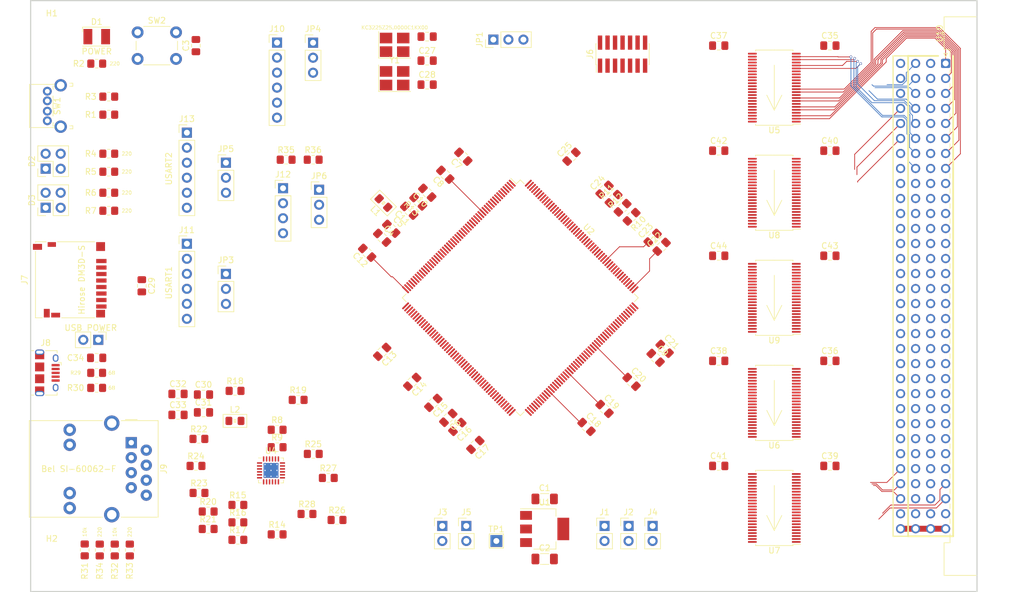
<source format=kicad_pcb>
(kicad_pcb (version 20221018) (generator pcbnew)
  (layers (0 "F.Cu" signal) (1 "In1.Cu" signal) (2 "In2.Cu" signal) (31 "B.Cu" signal) (34 "B.Paste" user) (35 "F.Paste" user) (36 "B.SilkS" user "B.Silkscreen") (37 "F.SilkS" user "F.Silkscreen") (38 "B.Mask" user) (39 "F.Mask" user) (44 "Edge.Cuts" user))
  (net 0 "")
  (net 1 "+3.3V")
  (net 2 "GND")
  (net 3 "~{RESET}")
  (net 4 "Net-(U2A-PC14)")
  (net 5 "Net-(U2A-PC15)")
  (net 6 "Net-(D1-A)")
  (net 7 "TMS{slash}SWDIO")
  (net 8 "TCK{slash}SWCLK")
  (net 9 "TDO{slash}SWO")
  (net 10 "VCP_RX")
  (net 11 "VCP_TX")
  (net 12 "USB_ID")
  (net 13 "SPI_SDO")
  (net 14 "SPI_SDI")
  (net 15 "SPI_SCK")
  (net 16 "~{SPI_CS}")
  (net 17 "USART1_TX")
  (net 18 "USART1_RX")
  (net 19 "Net-(U2D-VDDA)")
  (net 20 "USART1_RTS")
  (net 21 "I2C_SCL")
  (net 22 "I2C_SDA")
  (net 23 "USART2_CTS")
  (net 24 "USART2_TX")
  (net 25 "USART2_RX")
  (net 26 "USART2_RTS")
  (net 27 "Net-(C6-Pad1)")
  (net 28 "Net-(U2D-PDR_ON)")
  (net 29 "Net-(U2B-PG11)")
  (net 30 "RMII_TXEN")
  (net 31 "Net-(U2B-PG12)")
  (net 32 "RMII_TXD1")
  (net 33 "Net-(U2B-PG13)")
  (net 34 "RMII_TXD0")
  (net 35 "Net-(U2B-PH0)")
  (net 36 "CLK_25M")
  (net 37 "Net-(U4-RXER{slash}PHYAD0)")
  (net 38 "Net-(U4-RXD0{slash}MODE0)")
  (net 39 "Net-(U4-RXD1{slash}MODE1)")
  (net 40 "RMII_RXD0")
  (net 41 "RMII_RXD1")
  (net 42 "RMII_CRS_DV")
  (net 43 "Net-(U4-CRS_DV{slash}MODE2)")
  (net 44 "RMII_REF_CLK")
  (net 45 "Net-(U4-~{INT}{slash}REFCLKO)")
  (net 46 "RMII_MDIO")
  (net 47 "Net-(U4-RBIAS)")
  (net 48 "USB_DP")
  (net 49 "USB_DN")
  (net 50 "UL1")
  (net 51 "UL2")
  (net 52 "UL3")
  (net 53 "UL4")
  (net 54 "UB1")
  (net 55 "UB2")
  (net 56 "Net-(C9-Pad1)")
  (net 57 "LA2")
  (net 58 "LA3")
  (net 59 "LA4")
  (net 60 "LA5")
  (net 61 "LA6")
  (net 62 "LD8")
  (net 63 "LD9")
  (net 64 "LD10")
  (net 65 "LD11")
  (net 66 "LA16")
  (net 67 "LA17")
  (net 68 "LA18")
  (net 69 "LD12")
  (net 70 "LD13")
  (net 71 "LD14")
  (net 72 "LA19")
  (net 73 "LA20")
  (net 74 "LA21")
  (net 75 "LA22")
  (net 76 "LA23")
  (net 77 "LA24")
  (net 78 "LA25")
  (net 79 "LA26")
  (net 81 "RMII_MDC")
  (net 82 "LD15")
  (net 83 "LD16")
  (net 84 "LD17")
  (net 85 "LD18")
  (net 86 "LD19")
  (net 87 "LD20")
  (net 88 "LA27")
  (net 89 "LA28")
  (net 90 "LA29")
  (net 91 "LA30")
  (net 92 "LA31")
  (net 93 "LA7")
  (net 94 "LA8")
  (net 95 "LA9")
  (net 96 "LA10")
  (net 97 "LA11")
  (net 98 "LA12")
  (net 99 "LA13")
  (net 100 "LA14")
  (net 101 "LA15")
  (net 102 "LD21")
  (net 103 "LD22")
  (net 104 "LD23")
  (net 105 "LD24")
  (net 106 "LD25")
  (net 107 "LD26")
  (net 108 "LD27")
  (net 109 "SDIO_D0")
  (net 110 "SDIO_D1")
  (net 111 "LD0")
  (net 112 "LD1")
  (net 113 "LD2")
  (net 114 "LD3")
  (net 115 "TDI")
  (net 116 "SDIO_D2")
  (net 117 "SDIO_D3")
  (net 118 "SDIO_CLK")
  (net 119 "SDIO_CMD")
  (net 120 "LD28")
  (net 121 "LD29")
  (net 122 "LD30")
  (net 123 "LD31")
  (net 124 "LA0")
  (net 125 "LA1")
  (net 126 "LD4")
  (net 127 "LD5")
  (net 128 "LD6")
  (net 129 "LD7")
  (net 130 "RMII_nINT")
  (net 132 "AL_DIR")
  (net 133 "VD0")
  (net 134 "VD1")
  (net 135 "VD2")
  (net 136 "VD3")
  (net 137 "VD4")
  (net 138 "VD5")
  (net 139 "VD6")
  (net 140 "VD7")
  (net 141 "VD8")
  (net 142 "VD9")
  (net 143 "VD10")
  (net 144 "VD11")
  (net 145 "VD12")
  (net 146 "VD13")
  (net 147 "VD14")
  (net 148 "VD15")
  (net 149 "~{AL_OE}")
  (net 150 "VD16")
  (net 151 "VD17")
  (net 152 "VD18")
  (net 153 "VD19")
  (net 154 "VD20")
  (net 155 "VD21")
  (net 156 "VD22")
  (net 157 "VD23")
  (net 158 "VD24")
  (net 159 "VD25")
  (net 160 "VD26")
  (net 161 "VD27")
  (net 162 "VD28")
  (net 163 "VD29")
  (net 164 "VD30")
  (net 165 "VD31")
  (net 166 "AH_DIR")
  (net 167 "~{AH_OE}")
  (net 168 "DL_DIR")
  (net 169 "VA1")
  (net 170 "VA2")
  (net 171 "VA3")
  (net 172 "VA4")
  (net 173 "VA5")
  (net 174 "VA6")
  (net 175 "VA7")
  (net 176 "VA8")
  (net 177 "VA9")
  (net 178 "VA10")
  (net 179 "VA11")
  (net 180 "VA12")
  (net 181 "VA13")
  (net 182 "VA14")
  (net 183 "VA15")
  (net 184 "~{DL_OE}")
  (net 185 "DH_DIR")
  (net 186 "VA16")
  (net 187 "VA17")
  (net 188 "VA18")
  (net 189 "VA19")
  (net 190 "VA20")
  (net 191 "VA21")
  (net 192 "VA22")
  (net 193 "VA23")
  (net 194 "VA24")
  (net 195 "VA25")
  (net 196 "VA26")
  (net 197 "VA27")
  (net 198 "VA28")
  (net 199 "VA29")
  (net 200 "VA30")
  (net 201 "VA31")
  (net 202 "~{DH_OE}")
  (net 203 "~{CTRL_DIR}")
  (net 204 "~{VAS}")
  (net 205 "~{VDS1}")
  (net 206 "~{VDS0}")
  (net 207 "~{VWRITE}")
  (net 208 "~{VLWORD}")
  (net 209 "VAM0")
  (net 210 "VAM1")
  (net 211 "VAM2")
  (net 212 "VAM3")
  (net 213 "VAM4")
  (net 214 "VAM5")
  (net 220 "~{CTRL_OE}")
  (net 226 "LAM5")
  (net 227 "LAM4")
  (net 228 "LAM3")
  (net 229 "LAM2")
  (net 230 "LAM1")
  (net 231 "LAM0")
  (net 232 "~{LLWORD}")
  (net 233 "~{LWRITE}")
  (net 234 "~{LDS0}")
  (net 235 "~{LDS1}")
  (net 236 "~{LAS}")
  (net 237 "~{VSYSCLK}")
  (net 238 "~{VDTACK}")
  (net 239 "~{VIACK}")
  (net 240 "~{VIACKIN}")
  (net 241 "~{VIACKOUT}")
  (net 243 "~{VBBSY}")
  (net 244 "~{VBCLR}")
  (net 245 "~{VACFAIL}")
  (net 246 "~{VBG0IN}")
  (net 247 "~{VBG0OUT}")
  (net 248 "~{VBG1IN}")
  (net 249 "~{VBG1OUT}")
  (net 250 "~{VBG2IN}")
  (net 251 "~{VBG2OUT}")
  (net 252 "~{VBG3IN}")
  (net 253 "~{VBG3OUT}")
  (net 254 "~{VBR0}")
  (net 255 "~{VBR1}")
  (net 256 "~{VBR2}")
  (net 257 "~{VBR3}")
  (net 258 "~{VSERCLK}")
  (net 259 "~{VSERDAT}")
  (net 260 "~{VIRQ7}")
  (net 261 "~{VIRQ6}")
  (net 262 "~{VIRQ5}")
  (net 263 "~{VIRQ4}")
  (net 264 "~{VIRQ3}")
  (net 265 "~{VIRQ2}")
  (net 266 "~{VIRQ1}")
  (net 268 "~{VSYSFAIL}")
  (net 269 "~{VBERR}")
  (net 270 "~{VSYSRESET}")
  (net 271 "+12V")
  (net 272 "~{VRETRY}")
  (net 276 "Net-(JP1-A)")
  (net 277 "Net-(JP1-C)")
  (net 278 "SDIO_DET")
  (net 279 "+5V")
  (net 280 "Net-(U4-VDDCR)")
  (net 281 "USART1_CTS")
  (net 282 "Net-(U4-LED1{slash}REGOFF)")
  (net 283 "Net-(D2-K1)")
  (net 284 "Net-(D2-K2)")
  (net 285 "Net-(D3-K1)")
  (net 286 "Net-(D3-K2)")
  (net 287 "Net-(J12-Pin_1)")
  (net 288 "Net-(J13-Pin_4)")
  (net 290 "Net-(J9-RCT)")
  (net 291 "Net-(J8-VBUS)")
  (net 292 "Net-(J8-D-)")
  (net 293 "Net-(J8-D+)")
  (net 294 "Net-(J9-TD+)")
  (net 295 "Net-(J9-TD-)")
  (net 296 "Net-(J9-RD+)")
  (net 297 "Net-(J9-RD-)")
  (net 299 "Net-(J9-PadL2)")
  (net 300 "Net-(J9-PadL4)")
  (net 301 "Net-(J10-Pin_1)")
  (net 302 "Net-(J11-Pin_4)")
  (footprint "Package_TO_SOT_SMD:SOT-223" (layer "F.Cu") (at 137.7065 114.808)
    (fp_text reference "U1")
    (fp_text value "AP7361EA-33E-13")
  )
  (footprint "Capacitor_SMD:C_0805_2012Metric_Pad1.18x1.45mm_HandSolder" (layer "F.Cu") (at 121.412 96.012 -135)
    (fp_text reference "C6")
    (fp_text value "2.2uF")
  )
  (footprint "Resistor_SMD:R_0805_2012Metric_Pad1.20x1.40mm_HandSolder" (layer "F.Cu") (at 64.008 44.704 180)
    (fp_text reference "R1")
    (fp_text value "10k")
  )
  (footprint "Capacitor_SMD:C_0805_2012Metric_Pad1.18x1.45mm_HandSolder" (layer "F.Cu") (at 125.984 100.584 -135)
    (fp_text reference "C17")
    (fp_text value "0.1uF")
  )
  (footprint "Computie_Connectors:DIN41612_C_4x32_Male_Horizontal_THT" (layer "F.Cu") (at 205.5 36.03 -90)
    (fp_text reference "U10")
    (fp_text value "Hirose PCN10-128P-2.54DS(72)")
  )
  (footprint "Capacitor_SMD:C_0805_2012Metric_Pad1.18x1.45mm_HandSolder" (layer "F.Cu") (at 75.7135 95.504)
    (fp_text reference "C33")
    (fp_text value "10uF")
  )
  (footprint "Capacitor_SMD:C_0805_2012Metric_Pad1.18x1.45mm_HandSolder" (layer "F.Cu") (at 155.956 65.532 45)
    (fp_text reference "C23")
    (fp_text value "0.1uF")
  )
  (footprint "Resistor_SMD:R_0805_2012Metric_Pad1.20x1.40mm_HandSolder" (layer "F.Cu") (at 64.008 41.656 180)
    (fp_text reference "R3")
    (fp_text value "10k")
  )
  (footprint "Capacitor_SMD:C_0805_2012Metric_Pad1.18x1.45mm_HandSolder" (layer "F.Cu") (at 142.24 51.816 45)
    (fp_text reference "C25")
    (fp_text value "0.1uF")
  )
  (footprint "Resistor_SMD:R_0805_2012Metric_Pad1.20x1.40mm_HandSolder" (layer "F.Cu") (at 85.36 91.44)
    (fp_text reference "R18")
    (fp_text value "33")
  )
  (footprint "Resistor_SMD:R_0805_2012Metric_Pad1.20x1.40mm_HandSolder" (layer "F.Cu") (at 80.8125 111.858)
    (fp_text reference "R20")
    (fp_text value "33")
  )
  (footprint "Computie_SMT:TSSOP-48_6.1x12.5mm_P0.5mm" (layer "F.Cu") (at 176.53 57.912 180)
    (fp_text reference "U8")
    (fp_text value "74ALVC16245DG")
  )
  (footprint "Resistor_SMD:R_0805_2012Metric_Pad1.20x1.40mm_HandSolder" (layer "F.Cu") (at 85.836 113.694)
    (fp_text reference "R16")
    (fp_text value "10k")
  )
  (footprint "Connector_PinHeader_2.54mm:PinHeader_1x02_P2.54mm_Vertical" (layer "F.Cu") (at 147.828 114.3)
    (fp_text reference "J1")
    (fp_text value "5V")
  )
  (footprint "Capacitor_SMD:C_0805_2012Metric_Pad1.18x1.45mm_HandSolder" (layer "F.Cu") (at 80.0225 92.07)
    (fp_text reference "C30")
    (fp_text value "0.1uF")
  )
  (footprint "Capacitor_SMD:C_0805_2012Metric_Pad1.18x1.45mm_HandSolder" (layer "F.Cu") (at 167.132 104.14)
    (fp_text reference "C41")
    (fp_text value "0.1uF")
  )
  (footprint "Computie_SMT:TSSOP-48_6.1x12.5mm_P0.5mm" (layer "F.Cu") (at 176.53 111.252 180)
    (fp_text reference "U7")
    (fp_text value "74ALVC16245DG")
  )
  (footprint "Connector_PinHeader_2.54mm:PinHeader_1x03_P2.54mm_Vertical" (layer "F.Cu") (at 83.82 52.832)
    (fp_text reference "JP5")
    (fp_text value "USART2")
  )
  (footprint "Resistor_SMD:R_0805_2012Metric_Pad1.20x1.40mm_HandSolder" (layer "F.Cu") (at 79.248 99.568)
    (fp_text reference "R22")
    (fp_text value "10k")
  )
  (footprint "Capacitor_SMD:C_0805_2012Metric_Pad1.18x1.45mm_HandSolder" (layer "F.Cu") (at 167.132 86.36)
    (fp_text reference "C38")
    (fp_text value "0.1uF")
  )
  (footprint "Capacitor_SMD:C_0805_2012Metric_Pad1.18x1.45mm_HandSolder" (layer "F.Cu") (at 117.8345 31.496)
    (fp_text reference "C26" hide)
    (fp_text value "5pF")
  )
  (footprint "Resistor_SMD:R_0805_2012Metric_Pad1.20x1.40mm_HandSolder" (layer "F.Cu") (at 85.836 116.644)
    (fp_text reference "R17")
    (fp_text value "33")
  )
  (footprint "Resistor_SMD:R_0805_2012Metric_Pad1.20x1.40mm_HandSolder" (layer "F.Cu") (at 64.008 51.308)
    (fp_text reference "R4")
    (fp_text value "220")
  )
  (footprint "Resistor_SMD:R_0805_2012Metric_Pad1.20x1.40mm_HandSolder" (layer "F.Cu") (at 61.96 88.392)
    (fp_text reference "R29")
    (fp_text value "68")
  )
  (footprint "Computie_SMT:TSSOP-48_6.1x12.5mm_P0.5mm" (layer "F.Cu") (at 176.53 40.132 180)
    (fp_text reference "U5")
    (fp_text value "74ALVC16245DG")
  )
  (footprint "Resistor_SMD:R_0805_2012Metric_Pad1.20x1.40mm_HandSolder" (layer "F.Cu") (at 59.944 118.348 -90)
    (fp_text reference "R31")
    (fp_text value "10k")
  )
  (footprint "Resistor_SMD:R_0805_2012Metric_Pad1.20x1.40mm_HandSolder" (layer "F.Cu") (at 79.264 108.712)
    (fp_text reference "R23")
    (fp_text value "1.5k")
  )
  (footprint "Capacitor_SMD:C_0805_2012Metric_Pad1.18x1.45mm_HandSolder" (layer "F.Cu") (at 120.904 54.864 135)
    (fp_text reference "C8")
    (fp_text value "0.1uF")
  )
  (footprint "Capacitor_SMD:C_0805_2012Metric_Pad1.18x1.45mm_HandSolder" (layer "F.Cu") (at 117.8345 35.56)
    (fp_text reference "C27")
    (fp_text value "5pF")
  )
  (footprint "Resistor_SMD:R_0805_2012Metric_Pad1.20x1.40mm_HandSolder" (layer "F.Cu") (at 67.564 118.364 -90)
    (fp_text reference "R33")
    (fp_text value "220")
  )
  (footprint "TestPoint:TestPoint_THTPad_2.0x2.0mm_Drill1.0mm" (layer "F.Cu") (at 129.54 116.84)
    (fp_text reference "TP1")
    (fp_text value "3.3V")
  )
  (footprint "Resistor_SMD:R_0805_2012Metric_Pad1.20x1.40mm_HandSolder" (layer "F.Cu") (at 96.028 92.964)
    (fp_text reference "R19")
    (fp_text value "33")
  )
  (footprint "MountingHole:MountingHole_2.7mm_M2.5_DIN965" (layer "F.Cu") (at 54.37 30.9)
    (fp_text reference "H1")
    (fp_text value "MountingHole")
  )
  (footprint "Capacitor_SMD:C_0805_2012Metric_Pad1.18x1.45mm_HandSolder" (layer "F.Cu") (at 117.856 57.912 135)
    (fp_text reference "C10")
    (fp_text value "0.1uF")
  )
  (footprint "Capacitor_SMD:C_0805_2012Metric_Pad1.18x1.45mm_HandSolder" (layer "F.Cu") (at 185.928 50.8)
    (fp_text reference "C40")
    (fp_text value "0.1uF")
  )
  (footprint "Resistor_SMD:R_0805_2012Metric_Pad1.20x1.40mm_HandSolder" (layer "F.Cu") (at 98.584 102.108)
    (fp_text reference "R25")
    (fp_text value "50")
  )
  (footprint "Connector_PinHeader_2.54mm:PinHeader_1x06_P2.54mm_Vertical" (layer "F.Cu") (at 77.216 66.548)
    (fp_text reference "J11")
    (fp_text value "USART1")
  )
  (footprint "Connector_PinHeader_1.27mm:PinHeader_2x07_P1.27mm_Vertical_SMD" (layer "F.Cu") (at 150.876 34.462 90)
    (fp_text reference "J6")
    (fp_text value "Conn_ST_STDC14")
  )
  (footprint "Connector_PinHeader_2.54mm:PinHeader_1x03_P2.54mm_Vertical" (layer "F.Cu") (at 99.568 57.404)
    (fp_text reference "JP6")
    (fp_text value "I^{2}C1")
  )
  (footprint "Resistor_SMD:R_0805_2012Metric_Pad1.20x1.40mm_HandSolder" (layer "F.Cu") (at 152.4 61.976 -135)
    (fp_text reference "R10")
    (fp_text value "33")
  )
  (footprint "Capacitor_SMD:C_0805_2012Metric_Pad1.18x1.45mm_HandSolder" (layer "F.Cu") (at 185.928 86.36)
    (fp_text reference "C36")
    (fp_text value "0.1uF")
  )
  (footprint "Resistor_SMD:R_0805_2012Metric_Pad1.20x1.40mm_HandSolder" (layer "F.Cu") (at 64.008 57.912)
    (fp_text reference "R6")
    (fp_text value "220")
  )
  (footprint "Connector_RJ:RJ45_Bel_SI-60062-F" (layer "F.Cu") (at 67.814 100.203 -90)
    (fp_text reference "J9")
    (fp_text value "Bel SI-60062-F")
  )
  (footprint "Capacitor_SMD:C_0805_2012Metric_Pad1.18x1.45mm_HandSolder" (layer "F.Cu") (at 156.464 85.852 -45)
    (fp_text reference "C9")
    (fp_text value "2.2uF")
  )
  (footprint "Capacitor_SMD:C_0805_2012Metric_Pad1.18x1.45mm_HandSolder" (layer "F.Cu") (at 78.74 33.02 90)
    (fp_text reference "C3")
    (fp_text value "0.1uF")
  )
  (footprint "Capacitor_SMD:C_0805_2012Metric_Pad1.18x1.45mm_HandSolder" (layer "F.Cu") (at 123.952 51.816 135)
    (fp_text reference "C7")
    (fp_text value "0.1uF")
  )
  (footprint "Capacitor_SMD:C_0805_2012Metric_Pad1.18x1.45mm_HandSolder" (layer "F.Cu") (at 114.808 60.96 135)
    (fp_text reference "C11")
    (fp_text value "0.1uF")
  )
  (footprint "Connector_PinHeader_2.54mm:PinHeader_1x02_P2.54mm_Vertical" (layer "F.Cu") (at 62.235 82.804 -90)
    (fp_text reference "JP2")
    (fp_text value "USB POWER")
  )
  (footprint "Crystal:Crystal_SMD_3225-4Pin_3.2x2.5mm_HandSoldering" (layer "F.Cu") (at 112.342 38.536)
    (fp_text reference "Y1")
    (fp_text value "32,768Hz")
  )
  (footprint "Capacitor_SMD:C_0805_2012Metric_Pad1.18x1.45mm_HandSolder" (layer "F.Cu") (at 80.0225 95.08)
    (fp_text reference "C31")
    (fp_text value "0.1uF")
  )
  (footprint "Capacitor_SMD:C_0805_2012Metric_Pad1.18x1.45mm_HandSolder" (layer "F.Cu") (at 185.928 104.14)
    (fp_text reference "C39")
    (fp_text value "0.1uF")
  )
  (footprint "Capacitor_SMD:C_0805_2012Metric_Pad1.18x1.45mm_HandSolder" (layer "F.Cu") (at 157.988 84.328 -45)
    (fp_text reference "C21")
    (fp_text value "0.1uF")
  )
  (footprint "Resistor_SMD:R_0805_2012Metric_Pad1.20x1.40mm_HandSolder" (layer "F.Cu") (at 150.876 60.452 45)
    (fp_text reference "R12")
    (fp_text value "33")
  )
  (footprint "Resistor_SMD:R_0805_2012Metric_Pad1.20x1.40mm_HandSolder" (layer "F.Cu") (at 92.472 115.726)
    (fp_text reference "R14")
    (fp_text value "10k")
  )
  (footprint "Resistor_SMD:R_0805_2012Metric_Pad1.20x1.40mm_HandSolder" (layer "F.Cu") (at 80.8125 114.808)
    (fp_text reference "R21")
    (fp_text value "10k")
  )
  (footprint "Capacitor_SMD:C_0805_2012Metric_Pad1.18x1.45mm_HandSolder" (layer "F.Cu") (at 147.828 94.488 -45)
    (fp_text reference "C19")
    (fp_text value "0.1uF")
  )
  (footprint "Resistor_SMD:R_0805_2012Metric_Pad1.20x1.40mm_HandSolder" (layer "F.Cu") (at 61.976 36.068 180)
    (fp_text reference "R2")
    (fp_text value "220")
  )
  (footprint "Connector_PinHeader_2.54mm:PinHeader_1x04_P2.54mm_Vertical" (layer "F.Cu") (at 93.472 57.15)
    (fp_text reference "J12")
    (fp_text value "I^{2}C1")
  )
  (footprint "Crystal:Crystal_SMD_3225-4Pin_3.2x2.5mm_HandSoldering" (layer "F.Cu") (at 112.342 32.886)
    (fp_text reference "U3" hide)
    (fp_text value "KC3225Z25.0000C1KX00")
  )
  (footprint "Computie_Miscellaneous:Dialight 553-0xxxF" (layer "F.Cu") (at 54.61 52.578)
    (fp_text reference "D2")
    (fp_text value "Dialight 5530188F")
  )
  (footprint "Resistor_SMD:R_0805_2012Metric_Pad1.20x1.40mm_HandSolder" (layer "F.Cu") (at 102.6 113.284)
    (fp_text reference "R26")
    (fp_text value "50")
  )
  (footprint "Resistor_SMD:R_0805_2012Metric_Pad1.20x1.40mm_HandSolder" (layer "F.Cu") (at 65.024 118.364 -90)
    (fp_text reference "R32")
    (fp_text value "10k")
  )
  (footprint "Computie_SMT:TSSOP-48_6.1x12.5mm_P0.5mm" (layer "F.Cu") (at 176.53 75.692 180)
    (fp_text reference "U9")
    (fp_text value "74ALVC16245DG")
  )
  (footprint "Capacitor_SMD:C_0805_2012Metric_Pad1.18x1.45mm_HandSolder" (layer "F.Cu") (at 69.596 73.66 -90)
    (fp_text reference "C29")
    (fp_text value "0.1uF")
  )
  (footprint "Resistor_SMD:R_0805_2012Metric_Pad1.20x1.40mm_HandSolder" (layer "F.Cu") (at 61.96 90.932)
    (fp_text reference "R30")
    (fp_text value "68")
  )
  (footprint "Package_QFP:LQFP-208_28x28mm_P0.5mm" (layer "F.Cu") (at 133.5825 75.692 -45)
    (fp_text reference "U2")
    (fp_text value "STM32H743BITx")
  )
  (footprint "Capacitor_SMD:C_0805_2012Metric_Pad1.18x1.45mm_HandSolder" (layer "F.Cu") (at 157.48 67.056 45)
    (fp_text reference "C22")
    (fp_text value "0.1uF")
  )
  (footprint "Capacitor_SMD:C_0805_2012Metric_Pad1.18x1.45mm_HandSolder" (layer "F.Cu") (at 61.96 85.852)
    (fp_text reference "C34")
    (fp_text value "0.1uF")
  )
  (footprint "Resistor_SMD:R_0805_2012Metric_Pad1.20x1.40mm_HandSolder" (layer "F.Cu") (at 92.472 100.976)
    (fp_text reference "R9")
    (fp_text value "10k")
  )
  (footprint "Capacitor_SMD:C_0805_2012Metric_Pad1.18x1.45mm_HandSolder" (layer "F.Cu") (at 117.8345 39.624)
    (fp_text reference "C28")
    (fp_text value "0.1uF")
  )
  (footprint "Capacitor_SMD:C_0805_2012Metric_Pad1.18x1.45mm_HandSolder" (layer "F.Cu") (at 118.872 93.472 -135)
    (fp_text reference "C15")
    (fp_text value "0.1uF")
  )
  (footprint "Capacitor_SMD:C_0805_2012Metric_Pad1.18x1.45mm_HandSolder" (layer "F.Cu") (at 75.7135 91.954)
    (fp_text reference "C32")
    (fp_text value "0.1uF")
  )
  (footprint "Connector_PinHeader_2.54mm:PinHeader_1x02_P2.54mm_Vertical" (layer "F.Cu") (at 124.46 114.3)
    (fp_text reference "J5")
    (fp_text value "3.3V")
  )
  (footprint "Capacitor_SMD:C_0805_2012Metric_Pad1.18x1.45mm_HandSolder" (layer "F.Cu") (at 110.236 65.532 -45)
    (fp_text reference "C4")
    (fp_text value "1uF")
  )
  (footprint "Resistor_SMD:R_0805_2012Metric_Pad1.20x1.40mm_HandSolder" (layer "F.Cu") (at 62.484 118.364 -90)
    (fp_text reference "R34")
    (fp_text value "220")
  )
  (footprint "Capacitor_SMD:C_0805_2012Metric_Pad1.18x1.45mm_HandSolder" (layer "F.Cu") (at 111.76 64.008 -45)
    (fp_text reference "C5")
    (fp_text value "0.1uF")
  )
  (footprint "Connector_PinHeader_2.54mm:PinHeader_1x06_P2.54mm_Vertical" (layer "F.Cu") (at 77.216 47.752)
    (fp_text reference "J13")
    (fp_text value "USART2")
  )
  (footprint "Package_DFN_QFN:VQFN-24-1EP_4x4mm_P0.5mm_EP2.5x2.5mm_ThermalVias" (layer "F.Cu") (at 91.44 104.898)
    (fp_text reference "U4")
    (fp_text value "LAN8742A")
  )
  (footprint "LED_SMD:LED_PLCC-2_3.4x3.0mm_KA" (layer "F.Cu") (at 61.976 31.496)
    (fp_text reference "D1")
    (fp_text value "POWER")
  )
  (footprint "Resistor_SMD:R_0805_2012Metric_Pad1.20x1.40mm_HandSolder" (layer "F.Cu") (at 64.008 60.96)
    (fp_text reference "R7")
    (fp_text value "220")
  )
  (footprint "Resistor_SMD:R_0805_2012Metric_Pad1.20x1.40mm_HandSolder" (layer "F.Cu") (at 92.472 98.026)
    (fp_text reference "R8")
    (fp_text value "10k")
  )
  (footprint "Connector_PinHeader_2.54mm:PinHeader_1x03_P2.54mm_Vertical" (layer "F.Cu") (at 129.032 32.004 90)
    (fp_text reference "JP1")
    (fp_text value "BOOT")
  )
  (footprint "Computie_Miscellaneous:Dialight 553-0xxxF" (layer "F.Cu") (at 54.61 59.182)
    (fp_text reference "D3")
    (fp_text value "Dialight 5530177F")
  )
  (footprint "Connector_Card:microSD_HC_Hirose_DM3D-SF" (layer "F.Cu") (at 57.404 72.644 90)
    (fp_text reference "J7")
    (fp_text value "Hirose DM3D-S")
  )
  (footprint "Capacitor_SMD:C_1206_3216Metric_Pad1.33x1.80mm_HandSolder" (layer "F.Cu") (at 137.7065 109.728)
    (fp_text reference "C1")
    (fp_text value "4.7uF")
  )
  (footprint "PCM_Ferrite_SMD_Handsoldering_AKL:Ferrite_0805_2012Metric_Pad1.15x1.40mm_BigPads" (layer "F.Cu") (at 110.452784 59.652784 135)
    (fp_text reference "L1")
    (fp_text value "600Ω @ 100MHz (MI0805K601R-10)" hide)
  )
  (footprint "Resistor_SMD:R_0805_2012Metric_Pad1.20x1.40mm_HandSolder" (layer "F.Cu") (at 93.996 52.324)
    (fp_text reference "R35")
    (fp_text value "4.7k")
  )
  (footprint "Resistor_SMD:R_0805_2012Metric_Pad1.20x1.40mm_HandSolder" (layer "F.Cu") (at 149.352 58.928 45)
    (fp_text reference "R11")
    (fp_text value "33")
  )
  (footprint "Capacitor_SMD:C_0805_2012Metric_Pad1.18x1.45mm_HandSolder" (layer "F.Cu") (at 167.132 33.02)
    (fp_text reference "C37")
    (fp_text value "0.1uF")
  )
  (footprint "Capacitor_SMD:C_0805_2012Metric_Pad1.18x1.45mm_HandSolder" (layer "F.Cu") (at 122.936 97.536 -135)
    (fp_text reference "C16")
    (fp_text value "0.1uF")
  )
  (footprint "PCM_Ferrite_SMD_Handsoldering_AKL:Ferrite_0805_2012Metric_Pad1.15x1.40mm_BigPads" (layer "F.Cu") (at 85.344 96.52)
    (fp_text reference "L2")
    (fp_text value "600Ω @ 100MHz (MI0805K601R-10)" hide)
  )
  (footprint "Connector_PinHeader_2.54mm:PinHeader_1x06_P2.54mm_Vertical" (layer "F.Cu") (at 92.456 32.512)
    (fp_text reference "J10")
    (fp_text value "SPI2")
  )
  (footprint "Resistor_SMD:R_0805_2012Metric_Pad1.20x1.40mm_HandSolder" (layer "F.Cu") (at 101.124 106.172)
    (fp_text reference "R27")
    (fp_text value "50")
  )
  (footprint "Resistor_SMD:R_0805_2012Metric_Pad1.20x1.40mm_HandSolder" (layer "F.Cu") (at 97.52 112.268)
    (fp_text reference "R28")
    (fp_text value "50")
  )
  (footprint "Resistor_SMD:R_0805_2012Metric_Pad1.20x1.40mm_HandSolder" (layer "F.Cu") (at 116.332 59.436 135)
    (fp_text reference "R13")
    (fp_text value "51")
  )
  (footprint "Computie_Miscellaneous:E-Switch TL2243" (layer "F.Cu") (at 53.62 43.236 90)
    (fp_text reference "SW1")
    (fp_text value "UB1/2")
  )
  (footprint "Capacitor_SMD:C_0805_2012Metric_Pad1.18x1.45mm_HandSolder" (layer "F.Cu") (at 147.828 57.404 45)
    (fp_text reference "C24")
    (fp_text value "0.1uF")
  )
  (footprint "Capacitor_SMD:C_0805_2012Metric_Pad1.18x1.45mm_HandSolder" (layer "F.Cu") (at 167.132 68.58)
    (fp_text reference "C44")
    (fp_text value "0.1uF")
  )
  (footprint "Capacitor_SMD:C_0805_2012Metric_Pad1.18x1.45mm_HandSolder" (layer "F.Cu") (at 115.316 89.916 -135)
    (fp_text reference "C14")
    (fp_text value "0.1uF")
  )
  (footprint "Capacitor_SMD:C_0805_2012Metric_Pad1.18x1.45mm_HandSolder" (layer "F.Cu") (at 152.4 89.916 -45)
    (fp_text reference "C20")
    (fp_text value "0.1uF")
  )
  (footprint "Connector_PinHeader_2.54mm:PinHeader_1x03_P2.54mm_Vertical" (layer "F.Cu") (at 98.552 32.527)
    (fp_text reference "JP4")
    (fp_text value "SPI1")
  )
  (footprint "Resistor_SMD:R_0805_2012Metric_Pad1.20x1.40mm_HandSolder" (layer "F.Cu") (at 64.008 54.356)
    (fp_text reference "R5")
    (fp_text value "220")
  )
  (footprint "Capacitor_SMD:C_1206_3216Metric_Pad1.33x1.80mm_HandSolder" (layer "F.Cu") (at 137.7065 119.888)
    (fp_text reference "C2")
    (fp_text value "4.7uF")
  )
  (footprint "Capacitor_SMD:C_0805_2012Metric_Pad1.18x1.45mm_HandSolder" (layer "F.Cu") (at 107.696 68.072 135)
    (fp_text reference "C12")
    (fp_text value "0.1uF")
  )
  (footprint "Computie_SMT:TSSOP-48_6.1x12.5mm_P0.5mm" (layer "F.Cu") (at 176.53 93.472 180)
    (fp_text reference "U6")
    (fp_text value "74ALVC16245DG")
  )
  (footprint "Connector_PinHeader_2.54mm:PinHeader_1x02_P2.54mm_Vertical" (layer "F.Cu") (at 155.956 114.3)
    (fp_text reference "J4")
    (fp_text value "5V")
  )
  (footprint "Button_Switch_THT:SW_PUSH_6mm" (layer "F.Cu") (at 68.886 30.77)
    (fp_text reference "SW2")
    (fp_text value "~{RESET}")
  )
  (footprint "Capacitor_SMD:C_0805_2012Metric_Pad1.18x1.45mm_HandSolder" (layer "F.Cu") (at 185.928 33.02)
    (fp_text reference "C35")
    (fp_text value "0.1uF")
  )
  (footprint "Connector_PinHeader_2.54mm:PinHeader_1x03_P2.54mm_Vertical" (layer "F.Cu") (at 83.82 71.643)
    (fp_text reference "JP3")
    (fp_text value "USART1")
  )
  (footprint "MountingHole:MountingHole_2.7mm_M2.5_DIN965" (layer "F.Cu") (at 54.37 119.8)
    (fp_text reference "H2")
    (fp_text value "MountingHole")
  )
  (footprint "Capacitor_SMD:C_0805_2012Metric_Pad1.18x1.45mm_HandSolder" (layer "F.Cu") (at 144.78 97.536 -45)
    (fp_text reference "C18")
    (fp_text value "0.1uF")
  )
  (footprint "Capacitor_SMD:C_0805_2012Metric_Pad1.18x1.45mm_HandSolder" (layer "F.Cu") (at 185.928 68.58)
    (fp_text reference "C43")
    (fp_text value "0.1uF")
  )
  (footprint "Connector_PinHeader_2.54mm:PinHeader_1x02_P2.54mm_Vertical" (layer "F.Cu") (at 151.892 114.3)
    (fp_text reference "J2")
    (fp_text value "5V")
  )
  (footprint "Connector_USB:USB_Micro-B_Amphenol_10118194_Horizontal" (layer "F.Cu") (at 53.624 88.392 -90)
    (fp_text reference "J8")
    (fp_text value "Amphenol 10118194-0001LF")
  )
  (footprint "Capacitor_SMD:C_0805_2012Metric_Pad1.18x1.45mm_HandSolder" (layer "F.Cu") (at 167.132 50.8)
    (fp_text reference "C42")
    (fp_text value "0.1uF")
  )
  (footprint "Resistor_SMD:R_0805_2012Metric_Pad1.20x1.40mm_HandSolder" (layer "F.Cu") (at 98.568 52.324)
    (fp_text reference "R36")
    (fp_text value "4.7k")
  )
  (footprint "Connector_PinHeader_2.54mm:PinHeader_1x02_P2.54mm_Vertical" (layer "F.Cu") (at 120.396 114.3)
    (fp_text reference "J3")
    (fp_text value "3.3V")
  )
  (footprint "Capacitor_SMD:C_0805_2012Metric_Pad1.18x1.45mm_HandSolder" (layer "F.Cu") (at 110.236 84.836 -135)
    (fp_text reference "C13")
    (fp_text value "0.1uF")
  )
  (footprint "Resistor_SMD:R_0805_2012Metric_Pad1.20x1.40mm_HandSolder" (layer "F.Cu") (at 85.836 110.744)
    (fp_text reference "R15")
    (fp_text value "10k")
  )
  (footprint "Resistor_SMD:R_0805_2012Metric_Pad1.20x1.40mm_HandSolder" (layer "F.Cu") (at 78.756 104.14)
    (fp_text reference "R24")
    (fp_text value "12.1k")
  )
  (gr_rect locked (start 50.8 25.4) (end 210.8 125.4) (stroke (width 0.2)) (fill none) (layer "Edge.Cuts"))
  (segment (start 155.448 69.088) (end 155.448 71.150616) (width 0.127) (layer "F.Cu") (net 1))
  (segment (start 154.432 67.056) (end 150.350228 67.056) (width 0.127) (layer "F.Cu") (net 1))
  (segment (start 121.637623 55.597623) (end 121.637623 55.615395) (width 0.127) (layer "F.Cu") (net 1))
  (segment (start 144.046377 96.802377) (end 143.732721 96.802377) (width 0.127) (layer "F.Cu") (net 1))
  (segment (start 147.094377 93.754377) (end 147.048683 93.754377) (width 0.127) (layer "F.Cu") (net 1))
  (segment (start 111.995278 72.136) (end 111.76 72.136) (width 0.127) (layer "F.Cu") (net 1))
  (segment (start 114.190097 74.330819) (end 111.995278 72.136) (width 0.127) (layer "F.Cu") (net 1))
  (segment (start 111.76 72.136) (end 108.429623 68.805623) (width 0.127) (layer "F.Cu") (net 1))
  (segment (start 155.448 71.150616) (end 152.62135 73.977266) (width 0.127) (layer "F.Cu") (net 1))
  (segment (start 155.222377 66.265623) (end 154.432 67.056) (width 0.127) (layer "F.Cu") (net 1))
  (segment (start 147.048683 93.754377) (end 141.661195 88.366889) (width 0.127) (layer "F.Cu") (net 1))
  (segment (start 121.637623 55.615395) (end 127.271572 61.249344) (width 0.127) (layer "F.Cu") (net 1))
  (segment (start 150.350228 67.056) (end 148.025156 69.381072) (width 0.127) (layer "F.Cu") (net 1))
  (segment (start 156.746377 67.789623) (end 155.448 69.088) (width 0.127) (layer "F.Cu") (net 1))
  (segment (start 143.732721 96.802377) (end 138.479214 91.54887) (width 0.127) (layer "F.Cu") (net 1))
  (segment (start 146.257389 83.773389) (end 146.257389 83.770695) (width 0.127) (layer "F.Cu") (net 1))
  (segment (start 151.666377 89.182377) (end 146.257389 83.773389) (width 0.127) (layer "F.Cu") (net 1))
  (segment (start 205.5 36.03) (end 205.5 33.542) (width 0.127) (layer "F.Cu") (net 133))
  (segment (start 185.85947 45.382) (end 180.2425 45.382) (width 0.127) (layer "F.Cu") (net 133))
  (segment (start 205.5 33.542) (end 203.708 31.75) (width 0.127) (layer "F.Cu") (net 133))
  (segment (start 195.453 35.78847) (end 185.85947 45.382) (width 0.127) (layer "F.Cu") (net 133))
  (segment (start 198.882 31.75) (end 195.453 35.179) (width 0.127) (layer "F.Cu") (net 133))
  (segment (start 203.708 31.75) (end 198.882 31.75) (width 0.127) (layer "F.Cu") (net 133))
  (segment (start 195.453 35.179) (end 195.453 35.78847) (width 0.127) (layer "F.Cu") (net 133))
  (segment (start 186.00026 44.882) (end 180.2425 44.882) (width 0.127) (layer "F.Cu") (net 134))
  (segment (start 194.818 35.433) (end 194.818 36.06426) (width 0.127) (layer "F.Cu") (net 134))
  (segment (start 194.818 36.06426) (end 186.00026 44.882) (width 0.127) (layer "F.Cu") (net 134))
  (segment (start 203.81321 31.496) (end 198.755 31.496) (width 0.127) (layer "F.Cu") (net 134))
  (segment (start 206.4655 37.6045) (end 206.4655 34.14829) (width 0.127) (layer "F.Cu") (net 134))
  (segment (start 198.755 31.496) (end 194.818 35.433) (width 0.127) (layer "F.Cu") (net 134))
  (segment (start 206.4655 34.14829) (end 203.81321 31.496) (width 0.127) (layer "F.Cu") (net 134))
  (segment (start 205.5 38.57) (end 206.4655 37.6045) (width 0.127) (layer "F.Cu") (net 134))
  (segment (start 206.7195 34.04308) (end 203.91842 31.242) (width 0.127) (layer "F.Cu") (net 135))
  (segment (start 194.564 35.306) (end 194.564 35.95905) (width 0.127) (layer "F.Cu") (net 135))
  (segment (start 186.64105 43.882) (end 180.2425 43.882) (width 0.127) (layer "F.Cu") (net 135))
  (segment (start 205.5 41.11) (end 206.7195 39.8905) (width 0.127) (layer "F.Cu") (net 135))
  (segment (start 198.628 31.242) (end 194.564 35.306) (width 0.127) (layer "F.Cu") (net 135))
  (segment (start 206.7195 39.8905) (end 206.7195 34.04308) (width 0.127) (layer "F.Cu") (net 135))
  (segment (start 203.91842 31.242) (end 198.628 31.242) (width 0.127) (layer "F.Cu") (net 135))
  (segment (start 194.564 35.95905) (end 186.64105 43.882) (width 0.127) (layer "F.Cu") (net 135))
  (segment (start 194.056 35.433) (end 194.056 36.10784) (width 0.127) (layer "F.Cu") (net 136))
  (segment (start 206.9735 33.93787) (end 204.02363 30.988) (width 0.127) (layer "F.Cu") (net 136))
  (segment (start 205.5 43.65) (end 206.9735 42.1765) (width 0.127) (layer "F.Cu") (net 136))
  (segment (start 186.78184 43.382) (end 180.2425 43.382) (width 0.127) (layer "F.Cu") (net 136))
  (segment (start 194.056 36.10784) (end 186.78184 43.382) (width 0.127) (layer "F.Cu") (net 136))
  (segment (start 204.02363 30.988) (end 198.501 30.988) (width 0.127) (layer "F.Cu") (net 136))
  (segment (start 206.9735 42.1765) (end 206.9735 33.93787) (width 0.127) (layer "F.Cu") (net 136))
  (segment (start 198.501 30.988) (end 194.056 35.433) (width 0.127) (layer "F.Cu") (net 136))
  (segment (start 207.2275 44.4625) (end 207.2275 33.83266) (width 0.127) (layer "F.Cu") (net 137))
  (segment (start 205.5 46.19) (end 207.2275 44.4625) (width 0.127) (layer "F.Cu") (net 137))
  (segment (start 207.2275 33.83266) (end 204.12884 30.734) (width 0.127) (layer "F.Cu") (net 137))
  (segment (start 204.12884 30.734) (end 198.39579 30.734) (width 0.127) (layer "F.Cu") (net 137))
  (segment (start 193.675 36.12963) (end 187.42263 42.382) (width 0.127) (layer "F.Cu") (net 137))
  (segment (start 198.39579 30.734) (end 193.675 35.45479) (width 0.127) (layer "F.Cu") (net 137))
  (segment (start 193.675 35.45479) (end 193.675 36.12963) (width 0.127) (layer "F.Cu") (net 137))
  (segment (start 187.42263 42.382) (end 180.2425 42.382) (width 0.127) (layer "F.Cu") (net 137))
  (segment (start 187.56342 41.882) (end 180.2425 41.882) (width 0.127) (layer "F.Cu") (net 138))
  (segment (start 193.421 36.02442) (end 187.56342 41.882) (width 0.127) (layer "F.Cu") (net 138))
  (segment (start 193.421 35.306) (end 193.421 36.02442) (width 0.127) (layer "F.Cu") (net 138))
  (segment (start 204.23405 30.48) (end 198.247 30.48) (width 0.127) (layer "F.Cu") (net 138))
  (segment (start 207.4815 46.7485) (end 207.4815 33.72745) (width 0.127) (layer "F.Cu") (net 138))
  (segment (start 198.247 30.48) (end 193.421 35.306) (width 0.127) (layer "F.Cu") (net 138))
  (segment (start 205.5 48.73) (end 207.4815 46.7485) (width 0.127) (layer "F.Cu") (net 138))
  (segment (start 207.4815 33.72745) (end 204.23405 30.48) (width 0.127) (layer "F.Cu") (net 138))
  (segment (start 204.33926 30.226) (end 193.802 30.226) (width 0.127) (layer "F.Cu") (net 139))
  (segment (start 188.20421 40.882) (end 180.2425 40.882) (width 0.127) (layer "F.Cu") (net 139))
  (segment (start 205.5 51.27) (end 207.7355 49.0345) (width 0.127) (layer "F.Cu") (net 139))
  (segment (start 193.167 30.861) (end 193.167 35.91921) (width 0.127) (layer "F.Cu") (net 139))
  (segment (start 207.7355 49.0345) (end 207.7355 33.62224) (width 0.127) (layer "F.Cu") (net 139))
  (segment (start 207.7355 33.62224) (end 204.33926 30.226) (width 0.127) (layer "F.Cu") (net 139))
  (segment (start 193.802 30.226) (end 193.167 30.861) (width 0.127) (layer "F.Cu") (net 139))
  (segment (start 193.167 35.91921) (end 188.20421 40.882) (width 0.127) (layer "F.Cu") (net 139))
  (segment (start 193.548 29.972) (end 192.913 30.607) (width 0.127) (layer "F.Cu") (net 140))
  (segment (start 207.9895 33.4915) (end 204.47 29.972) (width 0.127) (layer "F.Cu") (net 140))
  (segment (start 204.47 29.972) (end 193.548 29.972) (width 0.127) (layer "F.Cu") (net 140))
  (segment (start 205.5 53.81) (end 207.9895 51.3205) (width 0.127) (layer "F.Cu") (net 140))
  (segment (start 192.913 30.607) (end 192.913 35.814) (width 0.127) (layer "F.Cu") (net 140))
  (segment (start 192.913 35.814) (end 188.345 40.382) (width 0.127) (layer "F.Cu") (net 140))
  (segment (start 207.9895 51.3205) (end 207.9895 33.4915) (width 0.127) (layer "F.Cu") (net 140))
  (segment (start 188.345 40.382) (end 180.2425 40.382) (width 0.127) (layer "F.Cu") (net 140))
  (segment (start 198.8455 38.969924) (end 198.191424 39.624) (width 0.127) (layer "B.Cu") (net 141))
  (segment (start 198.8455 37.6045) (end 198.8455 38.608) (width 0.127) (layer "B.Cu") (net 141))
  (segment (start 200.42 36.03) (end 198.8455 37.6045) (width 0.127) (layer "B.Cu") (net 141))
  (segment (start 198.191424 39.624) (end 195.58 39.624) (width 0.127) (layer "B.Cu") (net 141))
  (segment (start 198.8455 38.608) (end 198.8455 38.969924) (width 0.127) (layer "B.Cu") (net 141))
  (segment (start 200.42 38.57) (end 199.112 39.878) (width 0.127) (layer "B.Cu") (net 142))
  (segment (start 193.294 39.878) (end 193.04 39.624) (width 0.127) (layer "B.Cu") (net 142))
  (segment (start 199.112 39.878) (end 193.294 39.878) (width 0.127) (layer "B.Cu") (net 142))
  (segment (start 200.42 41.11) (end 199.442 40.132) (width 0.127) (layer "B.Cu") (net 143))
  (segment (start 199.442 40.132) (end 193.548 40.132) (width 0.127) (layer "B.Cu") (net 143))
  (segment (start 198.8455 42.0755) (end 193.9675 42.0755) (width 0.127) (layer "B.Cu") (net 144))
  (segment (start 193.9675 42.0755) (end 192.532 40.64) (width 0.127) (layer "B.Cu") (net 144))
  (segment (start 200.42 43.65) (end 198.8455 42.0755) (width 0.127) (layer "B.Cu") (net 144))
  (segment (start 191.135 36.068) (end 190.321 36.882) (width 0.127) (layer "F.Cu") (net 145))
  (segment (start 190.321 36.882) (end 180.2425 36.882) (width 0.127) (layer "F.Cu") (net 145))
  (via (at 191.135 36.068) (size 0.45) (drill 0.3) (layers "F.Cu" "B.Cu") (net 145))
  (segment (start 190.627 39.51371) (end 193.44279 42.3295) (width 0.127) (layer "B.Cu") (net 145))
  (segment (start 190.627 36.576) (end 190.627 39.51371) (width 0.127) (layer "B.Cu") (net 145))
  (segment (start 191.135 36.068) (end 190.627 36.576) (width 0.127) (layer "B.Cu") (net 145))
  (segment (start 199.898 44.831) (end 199.898 45.668) (width 0.127) (layer "B.Cu") (net 145))
  (segment (start 199.4545 44.3875) (end 199.898 44.831) (width 0.127) (layer "B.Cu") (net 145))
  (segment (start 193.44279 42.3295) (end 198.533924 42.3295) (width 0.127) (layer "B.Cu") (net 145))
  (segment (start 199.4545 43.250076) (end 199.4545 44.3875) (width 0.127) (layer "B.Cu") (net 145))
  (segment (start 199.898 45.668) (end 200.42 46.19) (width 0.127) (layer "B.Cu") (net 145))
  (segment (start 198.533924 42.3295) (end 199.4545 43.250076) (width 0.127) (layer "B.Cu") (net 145))
  (segment (start 188.75858 35.687) (end 188.06358 36.382) (width 0.127) (layer "F.Cu") (net 146))
  (segment (start 190.627 35.687) (end 188.75858 35.687) (width 0.127) (layer "F.Cu") (net 146))
  (segment (start 188.06358 36.382) (end 180.2425 36.382) (width 0.127) (layer "F.Cu") (net 146))
  (via (at 190.627 35.687) (size 0.45) (drill 0.3) (layers "F.Cu" "B.Cu") (net 146))
  (segment (start 199.4545 47.7645) (end 200.42 48.73) (width 0.127) (layer "B.Cu") (net 146))
  (segment (start 198.517214 42.672) (end 199.2005 43.355286) (width 0.127) (layer "B.Cu") (net 146))
  (segment (start 193.02329 42.672) (end 198.517214 42.672) (width 0.127) (layer "B.Cu") (net 146))
  (segment (start 199.4545 44.7685) (end 199.4545 47.7645) (width 0.127) (layer "B.Cu") (net 146))
  (segment (start 190.627 35.687) (end 190.373 35.941) (width 0.127) (layer "B.Cu") (net 146))
  (segment (start 190.373 35.941) (end 190.373 40.02171) (width 0.127) (layer "B.Cu") (net 146))
  (segment (start 190.373 40.02171) (end 193.02329 42.672) (width 0.127) (layer "B.Cu") (net 146))
  (segment (start 199.2005 44.5145) (end 199.4545 44.7685) (width 0.127) (layer "B.Cu") (net 146))
  (segment (start 199.2005 43.355286) (end 199.2005 44.5145) (width 0.127) (layer "B.Cu") (net 146))
  (segment (start 189.9055 35.3925) (end 180.253 35.3925) (width 0.127) (layer "F.Cu") (net 147))
  (segment (start 180.253 35.3925) (end 180.2425 35.382) (width 0.127) (layer "F.Cu") (net 147))
  (segment (start 190.119 35.179) (end 189.9055 35.3925) (width 0.127) (layer "F.Cu") (net 147))
  (via (at 190.119 35.179) (size 0.45) (drill 0.3) (layers "F.Cu" "B.Cu") (net 147))
  (segment (start 199.2005 45.5305) (end 199.2005 47.86971) (width 0.127) (layer "B.Cu") (net 147))
  (segment (start 199.39 48.05921) (end 199.39 50.24) (width 0.127) (layer "B.Cu") (net 147))
  (segment (start 199.2005 47.86971) (end 199.39 48.05921) (width 0.127) (layer "B.Cu") (net 147))
  (segment (start 199.39 50.24) (end 200.42 51.27) (width 0.127) (layer "B.Cu") (net 147))
  (segment (start 190.119 35.179) (end 189.992 35.306) (width 0.127) (layer "B.Cu") (net 147))
  (segment (start 189.992 40.005) (end 194.818 44.831) (width 0.127) (layer "B.Cu") (net 147))
  (segment (start 189.992 35.306) (end 189.992 40.005) (width 0.127) (layer "B.Cu") (net 147))
  (segment (start 194.818 44.831) (end 198.501 44.831) (width 0.127) (layer "B.Cu") (net 147))
  (segment (start 198.501 44.831) (end 199.2005 45.5305) (width 0.127) (layer "B.Cu") (net 147))
  (segment (start 187.325 34.925) (end 187.282 34.882) (width 0.127) (layer "F.Cu") (net 148))
  (segment (start 189.484 34.925) (end 187.325 34.925) (width 0.127) (layer "F.Cu") (net 148))
  (segment (start 187.282 34.882) (end 180.2425 34.882) (width 0.127) (layer "F.Cu") (net 148))
  (via (at 189.484 34.925) (size 0.45) (drill 0.3) (layers "F.Cu" "B.Cu") (net 148))
  (segment (start 198.9465 47.97492) (end 199.136 48.16442) (width 0.127) (layer "B.Cu") (net 148))
  (segment (start 189.484 39.85621) (end 194.71279 45.085) (width 0.127) (layer "B.Cu") (net 148))
  (segment (start 198.39579 45.085) (end 198.9465 45.63571) (width 0.127) (layer "B.Cu") (net 148))
  (segment (start 189.484 34.925) (end 189.484 39.85621) (width 0.127) (layer "B.Cu") (net 148))
  (segment (start 198.9465 45.63571) (end 198.9465 47.97492) (width 0.127) (layer "B.Cu") (net 148))
  (segment (start 199.136 52.526) (end 200.42 53.81) (width 0.127) (layer "B.Cu") (net 148))
  (segment (start 194.71279 45.085) (end 198.39579 45.085) (width 0.127) (layer "B.Cu") (net 148))
  (segment (start 199.136 48.16442) (end 199.136 52.526) (width 0.127) (layer "B.Cu") (net 148))
  (segment (start 197.88 104.61) (end 195.556 106.934) (width 0.127) (layer "F.Cu") (net 163))
  (segment (start 195.556 106.934) (end 192.786 106.934) (width 0.127) (layer "F.Cu") (net 163))
  (segment (start 193.802 107.188) (end 193.04 107.188) (width 0.127) (layer "F.Cu") (net 164))
  (segment (start 194.818 108.204) (end 193.802 107.188) (width 0.127) (layer "F.Cu") (net 164))
  (segment (start 196.826 108.204) (end 194.818 108.204) (width 0.127) (layer "F.Cu") (net 164))
  (segment (start 197.88 107.15) (end 196.826 108.204) (width 0.127) (layer "F.Cu") (net 164))
  (segment (start 193.69679 107.442) (end 193.294 107.442) (width 0.127) (layer "F.Cu") (net 165))
  (segment (start 194.71279 108.458) (end 193.69679 107.442) (width 0.127) (layer "F.Cu") (net 165))
  (segment (start 197.88 109.69) (end 196.648 108.458) (width 0.127) (layer "F.Cu") (net 165))
  (segment (start 196.648 108.458) (end 194.71279 108.458) (width 0.127) (layer "F.Cu") (net 165))
  (segment (start 203.938 111.252) (end 205.5 109.69) (width 0.127) (layer "F.Cu") (net 169))
  (segment (start 196.088 111.252) (end 203.938 111.252) (width 0.127) (layer "F.Cu") (net 169))
  (segment (start 194.2 113.14) (end 196.088 111.252) (width 0.127) (layer "F.Cu") (net 169))
  (segment (start 204.5345 109.9175) (end 204.5345 108.1155) (width 0.127) (layer "F.Cu") (net 170))
  (segment (start 203.708 110.744) (end 204.5345 109.9175) (width 0.127) (layer "F.Cu") (net 170))
  (segment (start 194.84079 112.14) (end 196.23679 110.744) (width 0.127) (layer "F.Cu") (net 170))
  (segment (start 204.5345 108.1155) (end 205.5 107.15) (width 0.127) (layer "F.Cu") (net 170))
  (segment (start 196.23679 110.744) (end 203.708 110.744) (width 0.127) (layer "F.Cu") (net 170))
  (segment (start 197.88 43.65) (end 190.119 51.411) (width 0.127) (layer "F.Cu") (net 194))
  (segment (start 190.119 51.411) (end 190.119 53.975) (width 0.127) (layer "F.Cu") (net 194))
  (segment (start 197.88 46.19) (end 190.5 53.57) (width 0.127) (layer "F.Cu") (net 195))
  (segment (start 190.5 53.57) (end 190.5 54.864) (width 0.127) (layer "F.Cu") (net 195))
  (segment (start 197.88 48.73) (end 190.627 55.983) (width 0.127) (layer "F.Cu") (net 196))
  (segment (start 190.627 55.983) (end 190.627 56.134) (width 0.127) (layer "F.Cu") (net 196))
  (segment (start 200.42 114.77) (end 202.96 114.77) (width 1) (layer "F.Cu") (net 279))
  (segment (start 202.96 114.77) (end 205.5 114.77) (width 1) (layer "F.Cu") (net 279))
  (segment (start 197.88 114.77) (end 200.42 114.77) (width 1) (layer "F.Cu") (net 279))
)
</source>
